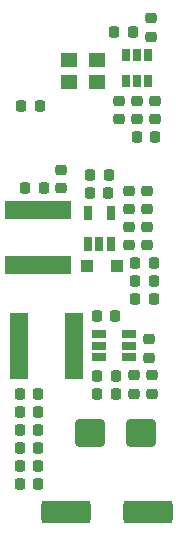
<source format=gbr>
%TF.GenerationSoftware,KiCad,Pcbnew,7.0.6*%
%TF.CreationDate,2024-02-23T16:16:52+01:00*%
%TF.ProjectId,dc_64d,64635f36-3464-42e6-9b69-6361645f7063,0.1*%
%TF.SameCoordinates,Original*%
%TF.FileFunction,Paste,Top*%
%TF.FilePolarity,Positive*%
%FSLAX46Y46*%
G04 Gerber Fmt 4.6, Leading zero omitted, Abs format (unit mm)*
G04 Created by KiCad (PCBNEW 7.0.6) date 2024-02-23 16:16:52*
%MOMM*%
%LPD*%
G01*
G04 APERTURE LIST*
G04 Aperture macros list*
%AMRoundRect*
0 Rectangle with rounded corners*
0 $1 Rounding radius*
0 $2 $3 $4 $5 $6 $7 $8 $9 X,Y pos of 4 corners*
0 Add a 4 corners polygon primitive as box body*
4,1,4,$2,$3,$4,$5,$6,$7,$8,$9,$2,$3,0*
0 Add four circle primitives for the rounded corners*
1,1,$1+$1,$2,$3*
1,1,$1+$1,$4,$5*
1,1,$1+$1,$6,$7*
1,1,$1+$1,$8,$9*
0 Add four rect primitives between the rounded corners*
20,1,$1+$1,$2,$3,$4,$5,0*
20,1,$1+$1,$4,$5,$6,$7,0*
20,1,$1+$1,$6,$7,$8,$9,0*
20,1,$1+$1,$8,$9,$2,$3,0*%
G04 Aperture macros list end*
%ADD10RoundRect,0.218750X-0.218750X-0.256250X0.218750X-0.256250X0.218750X0.256250X-0.218750X0.256250X0*%
%ADD11RoundRect,0.218750X-0.256250X0.218750X-0.256250X-0.218750X0.256250X-0.218750X0.256250X0.218750X0*%
%ADD12R,1.220000X0.650000*%
%ADD13RoundRect,0.218750X0.256250X-0.218750X0.256250X0.218750X-0.256250X0.218750X-0.256250X-0.218750X0*%
%ADD14RoundRect,0.218750X0.218750X0.256250X-0.218750X0.256250X-0.218750X-0.256250X0.218750X-0.256250X0*%
%ADD15RoundRect,0.250000X-1.825000X-0.700000X1.825000X-0.700000X1.825000X0.700000X-1.825000X0.700000X0*%
%ADD16R,1.600000X5.700000*%
%ADD17R,1.000000X1.000000*%
%ADD18R,5.700000X1.600000*%
%ADD19RoundRect,0.250000X-1.000000X-0.900000X1.000000X-0.900000X1.000000X0.900000X-1.000000X0.900000X0*%
%ADD20R,1.400000X1.200000*%
%ADD21R,0.650000X1.220000*%
%ADD22R,0.650000X1.060000*%
G04 APERTURE END LIST*
D10*
X106121000Y-65405000D03*
X107696000Y-65405000D03*
D11*
X110642400Y-35128100D03*
X110642400Y-36703100D03*
D10*
X99542500Y-66929000D03*
X101117500Y-66929000D03*
D12*
X106227000Y-61915000D03*
X106227000Y-62865000D03*
X106227000Y-63815000D03*
X108847000Y-63815000D03*
X108847000Y-62865000D03*
X108847000Y-61915000D03*
D13*
X109194500Y-66954500D03*
X109194500Y-65379500D03*
D10*
X109321500Y-57429500D03*
X110896500Y-57429500D03*
D14*
X107066500Y-49961800D03*
X105491500Y-49961800D03*
D10*
X99542500Y-69977000D03*
X101117500Y-69977000D03*
D15*
X103459000Y-76962000D03*
X110409000Y-76962000D03*
D11*
X108819000Y-49758500D03*
X108819000Y-51333500D03*
X108819000Y-52806500D03*
X108819000Y-54381500D03*
D16*
X104172000Y-62865000D03*
X99472000Y-62865000D03*
D14*
X101574700Y-49530000D03*
X99999700Y-49530000D03*
D11*
X107950000Y-42138500D03*
X107950000Y-43713500D03*
D10*
X109321500Y-55905500D03*
X110896500Y-55905500D03*
D17*
X107783000Y-56159400D03*
X105283000Y-56159400D03*
D11*
X110718500Y-65379500D03*
X110718500Y-66954500D03*
D18*
X101092000Y-51371000D03*
X101092000Y-56071000D03*
D11*
X110363000Y-52806500D03*
X110363000Y-54381500D03*
D10*
X106121000Y-66929000D03*
X107696000Y-66929000D03*
X109321500Y-58953500D03*
X110896500Y-58953500D03*
X99542500Y-73025000D03*
X101117500Y-73025000D03*
D19*
X105537000Y-70231000D03*
X109837000Y-70231000D03*
D20*
X103702000Y-40574000D03*
X106102000Y-40574000D03*
X106102000Y-38674000D03*
X103702000Y-38674000D03*
D10*
X106089000Y-60325000D03*
X107664000Y-60325000D03*
D13*
X110464500Y-63906500D03*
X110464500Y-62331500D03*
D10*
X99542500Y-68453000D03*
X101117500Y-68453000D03*
D14*
X109118500Y-36322000D03*
X107543500Y-36322000D03*
X101269900Y-42570400D03*
X99694900Y-42570400D03*
D10*
X99542500Y-71501000D03*
X101117500Y-71501000D03*
D21*
X105349000Y-54294500D03*
X106299000Y-54294500D03*
X107249000Y-54294500D03*
X107249000Y-51674500D03*
X105349000Y-51674500D03*
D11*
X110363000Y-49758500D03*
X110363000Y-51333500D03*
D13*
X103073200Y-49555500D03*
X103073200Y-47980500D03*
X110998000Y-43713500D03*
X110998000Y-42138500D03*
D22*
X110424000Y-38270000D03*
X109474000Y-38270000D03*
X108524000Y-38270000D03*
X108524000Y-40470000D03*
X109474000Y-40470000D03*
X110424000Y-40470000D03*
D11*
X109474000Y-42138500D03*
X109474000Y-43713500D03*
D10*
X99542500Y-74549000D03*
X101117500Y-74549000D03*
D14*
X111023500Y-45212000D03*
X109448500Y-45212000D03*
D10*
X105511500Y-48412500D03*
X107086500Y-48412500D03*
M02*

</source>
